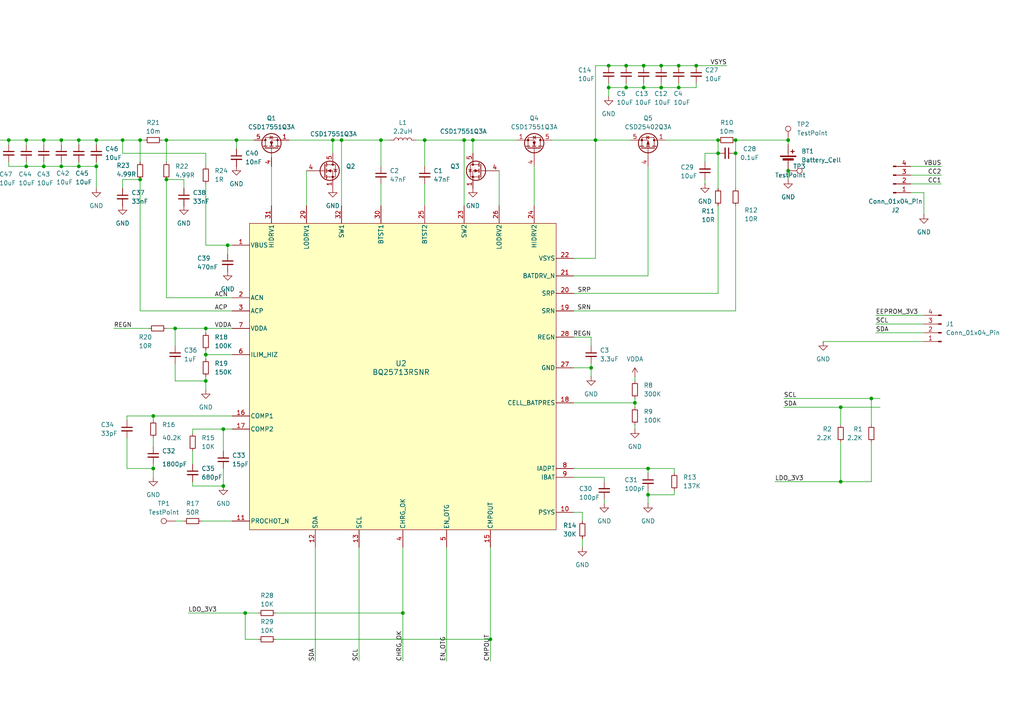
<source format=kicad_sch>
(kicad_sch (version 20250114) (generator "eeschema") (generator_version "9.0")
  (paper "A4")
  (lib_symbols
    (symbol "BQ25713:BQ25713RSNR" (pin_names (offset 0.254))
      (property "Reference" "U1" (at 0 55.88 0))
      (property "Value" "BQ25713RSNR" (at 0 53.34 0))
      (symbol "BQ25713RSNR_0_1"
        (pin power_in line (at -49.53 38.1 0) (length 5.08) (name "VBUS") (number "1"))
        (pin input line (at -49.53 22.86 0) (length 5.08) (name "ACN") (number "2"))
        (pin input line (at -49.53 19.05 0) (length 5.08) (name "ACP") (number "3"))
        (pin power_in line (at -49.53 13.97 0) (length 5.08) (name "VDDA") (number "7"))
        (pin input line (at -49.53 6.35 0) (length 5.08) (name "ILIM_HIZ") (number "6"))
        (pin input line (at -49.53 -11.43 0) (length 5.08) (name "COMP1") (number "16"))
        (pin input line (at -49.53 -15.24 0) (length 5.08) (name "COMP2") (number "17"))
        (pin open_collector line (at -49.53 -41.91 0) (length 5.08) (name "PROCHOT_N") (number "11"))
        (pin output line (at -38.1 49.53 270) (length 5.08) (name "HIDRV1") (number "31"))
        (pin output line (at -27.94 49.53 270) (length 5.08) (name "LODRV1") (number "29"))
        (pin bidirectional line (at -25.4 -49.53 90) (length 5.08) (name "SDA") (number "12"))
        (pin power_in line (at -17.78 49.53 270) (length 5.08) (name "SW1") (number "32"))
        (pin input line (at -12.7 -49.53 90) (length 5.08) (name "SCL") (number "13"))
        (pin power_in line (at -6.35 49.53 270) (length 5.08) (name "BTST1") (number "30"))
        (pin open_collector line (at 0 -49.53 90) (length 5.08) (name "CHRG_OK") (number "4"))
        (pin power_in line (at 6.35 49.53 270) (length 5.08) (name "BTST2") (number "25"))
        (pin input line (at 12.7 -49.53 90) (length 5.08) (name "EN_OTG") (number "5"))
        (pin power_in line (at 17.78 49.53 270) (length 5.08) (name "SW2") (number "23"))
        (pin open_collector line (at 25.4 -49.53 90) (length 5.08) (name "CMPOUT") (number "15"))
        (pin output line (at 27.94 49.53 270) (length 5.08) (name "LODRV2") (number "26"))
        (pin output line (at 38.1 49.53 270) (length 5.08) (name "HIDRV2") (number "24"))
        (pin power_in line (at 49.53 34.29 180) (length 5.08) (name "VSYS") (number "22"))
        (pin output line (at 49.53 29.21 180) (length 5.08) (name "BATDRV_N") (number "21"))
        (pin input line (at 49.53 24.13 180) (length 5.08) (name "SRP") (number "20"))
        (pin input line (at 49.53 19.05 180) (length 5.08) (name "SRN") (number "19"))
        (pin power_in line (at 49.53 11.43 180) (length 5.08) (name "REGN") (number "28"))
        (pin input line (at 49.53 -7.62 180) (length 5.08) (name "CELL_BATPRES") (number "18"))
        (pin output line (at 49.53 -26.67 180) (length 5.08) (name "IADPT") (number "8"))
        (pin output line (at 49.53 -29.21 180) (length 5.08) (name "IBAT") (number "9"))
        (pin output line (at 49.53 -39.37 180) (length 5.08) (name "PSYS") (number "10"))
      )
      (symbol "BQ25713RSNR_1_1"
        (rectangle (start -44.45 44.45) (end 44.45 -44.45) (fill (type background)))
        (pin power_in line (at 49.53 2.54 180) (length 5.08) (name "GND") (number "27"))
        (pin power_in line (at 49.53 2.54 180) (length 5.08) (hide yes) (name "PAD") (number "33"))
      )
    )
    (symbol "Connector:Conn_01x04_Pin" (pin_names (offset 1.016) (hide yes))
      (property "Reference" "J" (at 0 5.08 0))
      (property "Value" "Conn_01x04_Pin" (at 0 -7.62 0))
      (symbol "Conn_01x04_Pin_1_1"
        (rectangle (start 0.8636 2.667) (end 0 2.413) (stroke (width 0.1524)) (fill (type outline)))
        (rectangle (start 0.8636 0.127) (end 0 -0.127) (stroke (width 0.1524)) (fill (type outline)))
        (rectangle (start 0.8636 -2.413) (end 0 -2.667) (stroke (width 0.1524)) (fill (type outline)))
        (rectangle (start 0.8636 -4.953) (end 0 -5.207) (stroke (width 0.1524)) (fill (type outline)))
        (polyline (pts (xy 1.27 2.54) (xy 0.8636 2.54)) (stroke (width 0.1524)))
        (polyline (pts (xy 1.27 0) (xy 0.8636 0)) (stroke (width 0.1524)))
        (polyline (pts (xy 1.27 -2.54) (xy 0.8636 -2.54)) (stroke (width 0.1524)))
        (polyline (pts (xy 1.27 -5.08) (xy 0.8636 -5.08)) (stroke (width 0.1524)))
        (pin passive line (at 5.08 2.54 180) (length 3.81) (name "Pin_1") (number "1"))
        (pin passive line (at 5.08 0 180) (length 3.81) (name "Pin_2") (number "2"))
        (pin passive line (at 5.08 -2.54 180) (length 3.81) (name "Pin_3") (number "3"))
        (pin passive line (at 5.08 -5.08 180) (length 3.81) (name "Pin_4") (number "4"))
      )
    )
    (symbol "Connector:TestPoint" (pin_numbers (hide yes)) (pin_names (offset 0.762) (hide yes))
      (property "Reference" "TP" (at 0 6.858 0))
      (property "Value" "TestPoint" (at 0 5.08 0))
      (symbol "TestPoint_0_1"
        (circle (center 0 3.302) (radius 0.762))
      )
      (symbol "TestPoint_1_1"
        (pin passive line (at 0 0 90) (length 2.54) (name "1") (number "1"))
      )
    )
    (symbol "Device:Battery_Cell" (pin_numbers (hide yes)) (pin_names (offset 0) (hide yes))
      (property "Reference" "BT" (at 2.54 2.54 0))
      (property "Value" "Battery_Cell" (at 2.54 0 0))
      (symbol "Battery_Cell_0_1"
        (rectangle (start -2.286 1.778) (end 2.286 1.524) (fill (type outline)))
        (rectangle (start -1.524 1.016) (end 1.524 0.508) (fill (type outline)))
        (polyline (pts (xy 0 1.778) (xy 0 2.54)))
        (polyline (pts (xy 0 0.762) (xy 0 0)))
        (polyline (pts (xy 0.762 3.048) (xy 1.778 3.048)) (stroke (width 0.254)))
        (polyline (pts (xy 1.27 3.556) (xy 1.27 2.54)) (stroke (width 0.254)))
      )
      (symbol "Battery_Cell_1_1"
        (pin passive line (at 0 5.08 270) (length 2.54) (name "+") (number "1"))
        (pin passive line (at 0 -2.54 90) (length 2.54) (name "-") (number "2"))
      )
    )
    (symbol "Device:C_Small" (pin_numbers (hide yes)) (pin_names (offset 0.254) (hide yes))
      (property "Reference" "C" (at 0.254 1.778 0))
      (property "Value" "C_Small" (at 0.254 -2.032 0))
      (symbol "C_Small_0_1"
        (polyline (pts (xy -1.524 0.508) (xy 1.524 0.508)) (stroke (width 0.3048)))
        (polyline (pts (xy -1.524 -0.508) (xy 1.524 -0.508)) (stroke (width 0.3302)))
      )
      (symbol "C_Small_1_1"
        (pin passive line (at 0 2.54 270) (length 2.032) (name "~") (number "1"))
        (pin passive line (at 0 -2.54 90) (length 2.032) (name "~") (number "2"))
      )
    )
    (symbol "Device:L" (pin_numbers (hide yes)) (pin_names (offset 1.016) (hide yes))
      (property "Reference" "L" (at -1.27 0 90))
      (property "Value" "L" (at 1.905 0 90))
      (symbol "L_0_1"
        (arc (start 0 2.54) (mid 0.6323 1.905) (end 0 1.27))
        (arc (start 0 1.27) (mid 0.6323 0.635) (end 0 0))
        (arc (start 0 0) (mid 0.6323 -0.635) (end 0 -1.27))
        (arc (start 0 -1.27) (mid 0.6323 -1.905) (end 0 -2.54))
      )
      (symbol "L_1_1"
        (pin passive line (at 0 3.81 270) (length 1.27) (name "1") (number "1"))
        (pin passive line (at 0 -3.81 90) (length 1.27) (name "2") (number "2"))
      )
    )
    (symbol "Device:R_Small" (pin_numbers (hide yes)) (pin_names (offset 0.254) (hide yes))
      (property "Reference" "R" (at 0.762 0.508 0))
      (property "Value" "R_Small" (at 0.762 -1.016 0))
      (symbol "R_Small_0_1"
        (rectangle (start -0.762 1.778) (end 0.762 -1.778) (stroke (width 0.2032)))
      )
      (symbol "R_Small_1_1"
        (pin passive line (at 0 2.54 270) (length 0.762) (name "~") (number "1"))
        (pin passive line (at 0 -2.54 90) (length 0.762) (name "~") (number "2"))
      )
    )
    (symbol "Transistor_FET:CSD17551Q5A" (pin_names (hide yes))
      (property "Reference" "Q" (at 5.08 1.905 0))
      (property "Value" "CSD17551Q5A" (at 5.08 0 0))
      (symbol "CSD17551Q5A_0_1"
        (polyline (pts (xy 0.254 1.905) (xy 0.254 -1.905)) (stroke (width 0.254)))
        (polyline (pts (xy 0.254 0) (xy -2.54 0)))
        (polyline (pts (xy 0.762 2.286) (xy 0.762 1.27)) (stroke (width 0.254)))
        (polyline (pts (xy 0.762 0.508) (xy 0.762 -0.508)) (stroke (width 0.254)))
        (polyline (pts (xy 0.762 -1.27) (xy 0.762 -2.286)) (stroke (width 0.254)))
        (polyline (pts (xy 0.762 -1.778) (xy 3.302 -1.778) (xy 3.302 1.778) (xy 0.762 1.778)))
        (polyline (pts (xy 1.016 0) (xy 2.032 0.381) (xy 2.032 -0.381) (xy 1.016 0)) (fill (type outline)))
        (circle (center 1.651 0) (radius 2.794) (stroke (width 0.254)))
        (polyline (pts (xy 2.54 2.54) (xy 2.54 1.778)))
        (circle (center 2.54 1.778) (radius 0.254) (fill (type outline)))
        (circle (center 2.54 -1.778) (radius 0.254) (fill (type outline)))
        (polyline (pts (xy 2.54 -2.54) (xy 2.54 0) (xy 0.762 0)))
        (polyline (pts (xy 2.794 0.508) (xy 2.921 0.381) (xy 3.683 0.381) (xy 3.81 0.254)))
        (polyline (pts (xy 3.302 0.381) (xy 2.921 -0.254) (xy 3.683 -0.254) (xy 3.302 0.381)))
      )
      (symbol "CSD17551Q5A_1_1"
        (pin passive line (at -5.08 0 0) (length 2.54) (name "G") (number "4"))
        (pin passive line (at 2.54 5.08 270) (length 2.54) (name "D") (number "5"))
        (pin passive line (at 2.54 -5.08 90) (length 2.54) (name "S") (number "1"))
        (pin passive line (at 2.54 -5.08 90) (length 2.54) (hide yes) (name "S") (number "2"))
        (pin passive line (at 2.54 -5.08 90) (length 2.54) (hide yes) (name "S") (number "3"))
      )
    )
    (symbol "Transistor_FET:CSD25402Q3A" (pin_names (hide yes))
      (property "Reference" "U" (at 5.715 1.905 0))
      (property "Value" "CSD25402Q3A" (at 11.811 -0.127 0))
      (symbol "CSD25402Q3A_0_1"
        (polyline (pts (xy 0.254 1.905) (xy 0.254 -1.905)) (stroke (width 0.254)))
        (polyline (pts (xy 0.254 0) (xy -2.54 0)))
        (polyline (pts (xy 0.762 2.286) (xy 0.762 1.27)) (stroke (width 0.254)))
        (polyline (pts (xy 0.762 1.778) (xy 3.302 1.778) (xy 3.302 -1.778) (xy 0.762 -1.778)))
        (polyline (pts (xy 0.762 0.508) (xy 0.762 -0.508)) (stroke (width 0.254)))
        (polyline (pts (xy 0.762 -1.27) (xy 0.762 -2.286)) (stroke (width 0.254)))
        (circle (center 1.651 0) (radius 2.794) (stroke (width 0.254)))
        (polyline (pts (xy 2.286 0) (xy 1.27 0.381) (xy 1.27 -0.381) (xy 2.286 0)) (fill (type outline)))
        (polyline (pts (xy 2.54 2.54) (xy 2.54 1.778)))
        (circle (center 2.54 1.778) (radius 0.254) (fill (type outline)))
        (circle (center 2.54 -1.778) (radius 0.254) (fill (type outline)))
        (polyline (pts (xy 2.54 -2.54) (xy 2.54 0) (xy 0.762 0)))
        (polyline (pts (xy 2.794 -0.508) (xy 2.921 -0.381) (xy 3.683 -0.381) (xy 3.81 -0.254)))
        (polyline (pts (xy 3.302 -0.381) (xy 2.921 0.254) (xy 3.683 0.254) (xy 3.302 -0.381)))
      )
      (symbol "CSD25402Q3A_1_1"
        (pin input line (at -5.08 0 0) (length 2.54) (name "G") (number "4"))
        (pin passive line (at 2.54 5.08 270) (length 2.54) (name "D") (number "1"))
        (pin passive line (at 2.54 5.08 270) (length 2.54) (hide yes) (name "D") (number "2"))
        (pin passive line (at 2.54 5.08 270) (length 2.54) (hide yes) (name "D") (number "3"))
        (pin passive line (at 2.54 -5.08 90) (length 2.54) (name "S") (number "5"))
      )
    )
    (symbol "power:GND" (power) (pin_numbers (hide yes)) (pin_names (offset 0) (hide yes))
      (property "Value" "GND" (at 0 -3.81 0))
      (symbol "GND_0_1"
        (polyline (pts (xy 0 0) (xy 0 -1.27) (xy 1.27 -1.27) (xy 0 -2.54) (xy -1.27 -1.27) (xy 0 -1.27)))
      )
      (symbol "GND_1_1"
        (pin power_in line (at 0 0 270) (length 0) (name "~") (number "1"))
      )
    )
    (symbol "power:VDDA" (power) (pin_numbers (hide yes)) (pin_names (offset 0) (hide yes))
      (property "Value" "VDDA" (at 0 3.556 0))
      (symbol "VDDA_0_1"
        (polyline (pts (xy -0.762 1.27) (xy 0 2.54)))
        (polyline (pts (xy 0 2.54) (xy 0.762 1.27)))
        (polyline (pts (xy 0 0) (xy 0 2.54)))
      )
      (symbol "VDDA_1_1"
        (pin power_in line (at 0 0 90) (length 0) (name "~") (number "1"))
      )
    )
  )
  (junction (at 134.62 40.64))
  (junction (at 44.45 135.89))
  (junction (at 44.45 120.65))
  (junction (at 137.16 40.64))
  (junction (at 99.06 40.64))
  (junction (at 71.12 177.8))
  (junction (at 252.73 115.57))
  (junction (at 22.86 40.64))
  (junction (at 40.64 52.07))
  (junction (at 64.77 140.97))
  (junction (at 123.19 40.64))
  (junction (at 68.58 40.64))
  (junction (at -11.43 40.64))
  (junction (at 50.8 95.25))
  (junction (at 196.85 25.4))
  (junction (at 35.56 40.64))
  (junction (at 228.6 49.53))
  (junction (at 208.28 40.64))
  (junction (at 96.52 40.64))
  (junction (at 201.93 19.05))
  (junction (at 213.36 44.45))
  (junction (at 48.26 40.64))
  (junction (at 243.84 118.11))
  (junction (at 208.28 44.45))
  (junction (at 181.61 25.4))
  (junction (at 17.78 48.26))
  (junction (at 59.69 102.87))
  (junction (at 48.26 52.07))
  (junction (at 191.77 25.4))
  (junction (at 213.36 40.64))
  (junction (at 66.04 71.12))
  (junction (at 110.49 40.64))
  (junction (at 187.96 135.89))
  (junction (at 22.86 48.26))
  (junction (at 243.84 139.7))
  (junction (at 191.77 19.05))
  (junction (at 196.85 19.05))
  (junction (at 172.72 40.64))
  (junction (at 184.15 116.84))
  (junction (at 176.53 19.05))
  (junction (at 176.53 25.4))
  (junction (at 64.77 124.46))
  (junction (at 7.62 40.64))
  (junction (at 186.69 25.4))
  (junction (at 17.78 40.64))
  (junction (at 171.45 106.68))
  (junction (at 2.54 40.64))
  (junction (at 186.69 19.05))
  (junction (at 27.94 40.64))
  (junction (at 27.94 48.26))
  (junction (at 181.61 19.05))
  (junction (at 12.7 40.64))
  (junction (at 187.96 143.51))
  (junction (at 12.7 48.26))
  (junction (at 7.62 48.26))
  (junction (at 40.64 40.64))
  (junction (at 59.69 110.49))
  (junction (at 116.84 177.8))
  (junction (at 59.69 95.25))
  (junction (at 228.6 40.64))
  (junction (at 142.24 185.42))
  (wire (pts (xy 17.78 48.26) (xy 17.78 46.99)))
  (wire (pts (xy 48.26 86.36) (xy 67.31 86.36)))
  (wire (pts (xy 238.76 99.06) (xy 267.97 99.06)))
  (wire (pts (xy 227.33 118.11) (xy 243.84 118.11)))
  (wire (pts (xy 55.88 130.81) (xy 55.88 134.62)))
  (wire (pts (xy 123.19 40.64) (xy 134.62 40.64)))
  (wire (pts (xy 7.62 40.64) (xy 12.7 40.64)))
  (wire (pts (xy 12.7 48.26) (xy 12.7 46.99)))
  (wire (pts (xy 116.84 158.75) (xy 116.84 177.8)))
  (wire (pts (xy 64.77 124.46) (xy 67.31 124.46)))
  (wire (pts (xy 252.73 115.57) (xy 252.73 123.19)))
  (wire (pts (xy 33.02 95.25) (xy 43.18 95.25)))
  (wire (pts (xy 44.45 120.65) (xy 67.31 120.65)))
  (wire (pts (xy 40.64 52.07) (xy 40.64 90.17)))
  (wire (pts (xy 228.6 40.64) (xy 213.36 40.64)))
  (wire (pts (xy 64.77 124.46) (xy 64.77 130.81)))
  (wire (pts (xy -11.43 40.64) (xy 2.54 40.64)))
  (wire (pts (xy 137.16 40.64) (xy 149.86 40.64)))
  (wire (pts (xy 88.9 49.53) (xy 88.9 59.69)))
  (wire (pts (xy -25.4 40.64) (xy -11.43 40.64)))
  (wire (pts (xy 71.12 185.42) (xy 74.93 185.42)))
  (wire (pts (xy 59.69 71.12) (xy 66.04 71.12)))
  (wire (pts (xy 7.62 40.64) (xy 7.62 41.91)))
  (wire (pts (xy 181.61 19.05) (xy 186.69 19.05)))
  (wire (pts (xy 264.16 48.26) (xy 273.05 48.26)))
  (wire (pts (xy 35.56 44.45) (xy 35.56 40.64)))
  (wire (pts (xy 204.47 52.07) (xy 204.47 53.34)))
  (wire (pts (xy 78.74 48.26) (xy 78.74 59.69)))
  (wire (pts (xy 195.58 135.89) (xy 187.96 135.89)))
  (wire (pts (xy 172.72 19.05) (xy 176.53 19.05)))
  (wire (pts (xy 187.96 143.51) (xy 187.96 146.05)))
  (wire (pts (xy 213.36 40.64) (xy 213.36 44.45)))
  (wire (pts (xy 36.83 120.65) (xy 36.83 121.92)))
  (wire (pts (xy 166.37 116.84) (xy 184.15 116.84)))
  (wire (pts (xy 110.49 40.64) (xy 110.49 48.26)))
  (wire (pts (xy 59.69 110.49) (xy 59.69 113.03)))
  (wire (pts (xy 99.06 40.64) (xy 110.49 40.64)))
  (wire (pts (xy 196.85 25.4) (xy 196.85 24.13)))
  (wire (pts (xy 59.69 110.49) (xy 50.8 110.49)))
  (wire (pts (xy 228.6 49.53) (xy 228.6 52.07)))
  (wire (pts (xy 7.62 48.26) (xy 12.7 48.26)))
  (wire (pts (xy 50.8 95.25) (xy 59.69 95.25)))
  (wire (pts (xy 12.7 48.26) (xy 17.78 48.26)))
  (wire (pts (xy 22.86 48.26) (xy 22.86 46.99)))
  (wire (pts (xy 35.56 54.61) (xy 35.56 52.07)))
  (wire (pts (xy 48.26 46.99) (xy 48.26 40.64)))
  (wire (pts (xy 58.42 151.13) (xy 67.31 151.13)))
  (wire (pts (xy 142.24 158.75) (xy 142.24 185.42)))
  (wire (pts (xy 193.04 40.64) (xy 208.28 40.64)))
  (wire (pts (xy 201.93 25.4) (xy 196.85 25.4)))
  (wire (pts (xy 22.86 48.26) (xy 27.94 48.26)))
  (wire (pts (xy 166.37 97.79) (xy 171.45 97.79)))
  (wire (pts (xy 27.94 48.26) (xy 27.94 46.99)))
  (wire (pts (xy 168.91 156.21) (xy 168.91 158.75)))
  (wire (pts (xy 40.64 40.64) (xy 41.91 40.64)))
  (wire (pts (xy 187.96 143.51) (xy 195.58 143.51)))
  (wire (pts (xy 116.84 177.8) (xy 116.84 191.77)))
  (wire (pts (xy 59.69 102.87) (xy 59.69 101.6)))
  (wire (pts (xy 201.93 25.4) (xy 201.93 24.13)))
  (wire (pts (xy 186.69 25.4) (xy 191.77 25.4)))
  (wire (pts (xy 110.49 53.34) (xy 110.49 59.69)))
  (wire (pts (xy 64.77 135.89) (xy 64.77 140.97)))
  (wire (pts (xy 184.15 109.22) (xy 184.15 110.49)))
  (wire (pts (xy 71.12 177.8) (xy 74.93 177.8)))
  (wire (pts (xy 27.94 54.61) (xy 27.94 48.26)))
  (wire (pts (xy 175.26 139.7) (xy 175.26 138.43)))
  (wire (pts (xy 166.37 74.93) (xy 172.72 74.93)))
  (wire (pts (xy 175.26 144.78) (xy 175.26 146.05)))
  (wire (pts (xy 186.69 25.4) (xy 186.69 24.13)))
  (wire (pts (xy 184.15 123.19) (xy 184.15 124.46)))
  (wire (pts (xy 48.26 95.25) (xy 50.8 95.25)))
  (wire (pts (xy 17.78 40.64) (xy 22.86 40.64)))
  (wire (pts (xy 166.37 106.68) (xy 171.45 106.68)))
  (wire (pts (xy 254 96.52) (xy 267.97 96.52)))
  (wire (pts (xy 68.58 40.64) (xy 68.58 43.18)))
  (wire (pts (xy 53.34 52.07) (xy 48.26 52.07)))
  (wire (pts (xy 176.53 25.4) (xy 176.53 27.94)))
  (wire (pts (xy 99.06 40.64) (xy 99.06 59.69)))
  (wire (pts (xy 187.96 142.24) (xy 187.96 143.51)))
  (wire (pts (xy 166.37 135.89) (xy 187.96 135.89)))
  (wire (pts (xy 134.62 40.64) (xy 137.16 40.64)))
  (wire (pts (xy 176.53 25.4) (xy 176.53 24.13)))
  (wire (pts (xy 2.54 40.64) (xy 2.54 41.91)))
  (wire (pts (xy 160.02 40.64) (xy 172.72 40.64)))
  (wire (pts (xy 36.83 127) (xy 36.83 135.89)))
  (wire (pts (xy 22.86 40.64) (xy 22.86 41.91)))
  (wire (pts (xy 2.54 40.64) (xy 7.62 40.64)))
  (wire (pts (xy 91.44 158.75) (xy 91.44 191.77)))
  (wire (pts (xy 123.19 40.64) (xy 123.19 48.26)))
  (wire (pts (xy 96.52 40.64) (xy 99.06 40.64)))
  (wire (pts (xy 17.78 40.64) (xy 17.78 41.91)))
  (wire (pts (xy 2.54 48.26) (xy 7.62 48.26)))
  (wire (pts (xy 59.69 48.26) (xy 59.69 44.45)))
  (wire (pts (xy 144.78 49.53) (xy 144.78 59.69)))
  (wire (pts (xy 67.31 90.17) (xy 40.64 90.17)))
  (wire (pts (xy 2.54 48.26) (xy 2.54 46.99)))
  (wire (pts (xy 204.47 46.99) (xy 204.47 44.45)))
  (wire (pts (xy 187.96 48.26) (xy 187.96 80.01)))
  (wire (pts (xy 252.73 115.57) (xy 255.27 115.57)))
  (wire (pts (xy 213.36 44.45) (xy 213.36 54.61)))
  (wire (pts (xy 35.56 52.07) (xy 40.64 52.07)))
  (wire (pts (xy 267.97 55.88) (xy 264.16 55.88)))
  (wire (pts (xy 168.91 148.59) (xy 168.91 151.13)))
  (wire (pts (xy 172.72 40.64) (xy 172.72 19.05)))
  (wire (pts (xy 44.45 127) (xy 44.45 129.54)))
  (wire (pts (xy 243.84 118.11) (xy 255.27 118.11)))
  (wire (pts (xy 181.61 25.4) (xy 186.69 25.4)))
  (wire (pts (xy 64.77 140.97) (xy 55.88 140.97)))
  (wire (pts (xy 191.77 19.05) (xy 196.85 19.05)))
  (wire (pts (xy 27.94 40.64) (xy 35.56 40.64)))
  (wire (pts (xy 48.26 40.64) (xy 68.58 40.64)))
  (wire (pts (xy 59.69 95.25) (xy 59.69 96.52)))
  (wire (pts (xy 12.7 40.64) (xy 12.7 41.91)))
  (wire (pts (xy 83.82 40.64) (xy 96.52 40.64)))
  (wire (pts (xy 59.69 109.22) (xy 59.69 110.49)))
  (wire (pts (xy 96.52 40.64) (xy 96.52 44.45)))
  (wire (pts (xy 254 93.98) (xy 267.97 93.98)))
  (wire (pts (xy 36.83 120.65) (xy 44.45 120.65)))
  (wire (pts (xy 137.16 40.64) (xy 137.16 44.45)))
  (wire (pts (xy 184.15 116.84) (xy 184.15 118.11)))
  (wire (pts (xy 40.64 46.99) (xy 40.64 40.64)))
  (wire (pts (xy 171.45 106.68) (xy 171.45 109.22)))
  (wire (pts (xy 175.26 138.43) (xy 166.37 138.43)))
  (wire (pts (xy 67.31 102.87) (xy 59.69 102.87)))
  (wire (pts (xy 55.88 124.46) (xy 64.77 124.46)))
  (wire (pts (xy 59.69 95.25) (xy 67.31 95.25)))
  (wire (pts (xy 134.62 40.64) (xy 134.62 59.69)))
  (wire (pts (xy 44.45 134.62) (xy 44.45 135.89)))
  (wire (pts (xy 80.01 177.8) (xy 116.84 177.8)))
  (wire (pts (xy 172.72 40.64) (xy 182.88 40.64)))
  (wire (pts (xy 53.34 54.61) (xy 53.34 52.07)))
  (wire (pts (xy 171.45 97.79) (xy 171.45 100.33)))
  (wire (pts (xy 68.58 40.64) (xy 73.66 40.64)))
  (wire (pts (xy 267.97 55.88) (xy 267.97 62.23)))
  (wire (pts (xy 104.14 158.75) (xy 104.14 191.77)))
  (wire (pts (xy 36.83 135.89) (xy 44.45 135.89)))
  (wire (pts (xy 59.69 44.45) (xy 35.56 44.45)))
  (wire (pts (xy 176.53 25.4) (xy 181.61 25.4)))
  (wire (pts (xy 22.86 40.64) (xy 27.94 40.64)))
  (wire (pts (xy 54.61 177.8) (xy 71.12 177.8)))
  (wire (pts (xy 80.01 185.42) (xy 142.24 185.42)))
  (wire (pts (xy 186.69 19.05) (xy 191.77 19.05)))
  (wire (pts (xy 213.36 90.17) (xy 166.37 90.17)))
  (wire (pts (xy 228.6 41.91) (xy 228.6 40.64)))
  (wire (pts (xy 243.84 128.27) (xy 243.84 139.7)))
  (wire (pts (xy 176.53 19.05) (xy 181.61 19.05)))
  (wire (pts (xy 181.61 25.4) (xy 181.61 24.13)))
  (wire (pts (xy 12.7 40.64) (xy 17.78 40.64)))
  (wire (pts (xy 44.45 121.92) (xy 44.45 120.65)))
  (wire (pts (xy 208.28 40.64) (xy 208.28 44.45)))
  (wire (pts (xy 71.12 177.8) (xy 71.12 185.42)))
  (wire (pts (xy 66.04 71.12) (xy 66.04 73.66)))
  (wire (pts (xy 50.8 95.25) (xy 50.8 100.33)))
  (wire (pts (xy 252.73 139.7) (xy 243.84 139.7)))
  (wire (pts (xy 227.33 115.57) (xy 252.73 115.57)))
  (wire (pts (xy 7.62 48.26) (xy 7.62 46.99)))
  (wire (pts (xy 187.96 135.89) (xy 187.96 137.16)))
  (wire (pts (xy 171.45 106.68) (xy 171.45 105.41)))
  (wire (pts (xy -11.43 41.91) (xy -11.43 40.64)))
  (wire (pts (xy 195.58 137.16) (xy 195.58 135.89)))
  (wire (pts (xy 224.79 139.7) (xy 243.84 139.7)))
  (wire (pts (xy 55.88 140.97) (xy 55.88 139.7)))
  (wire (pts (xy 142.24 185.42) (xy 142.24 191.77)))
  (wire (pts (xy 120.65 40.64) (xy 123.19 40.64)))
  (wire (pts (xy 264.16 53.34) (xy 273.05 53.34)))
  (wire (pts (xy 191.77 25.4) (xy 196.85 25.4)))
  (wire (pts (xy 208.28 59.69) (xy 208.28 85.09)))
  (wire (pts (xy 59.69 102.87) (xy 59.69 104.14)))
  (wire (pts (xy 44.45 135.89) (xy 44.45 138.43)))
  (wire (pts (xy 17.78 48.26) (xy 22.86 48.26)))
  (wire (pts (xy 252.73 128.27) (xy 252.73 139.7)))
  (wire (pts (xy 129.54 158.75) (xy 129.54 191.77)))
  (wire (pts (xy 195.58 143.51) (xy 195.58 142.24)))
  (wire (pts (xy 48.26 52.07) (xy 48.26 86.36)))
  (wire (pts (xy 59.69 53.34) (xy 59.69 71.12)))
  (wire (pts (xy 123.19 53.34) (xy 123.19 59.69)))
  (wire (pts (xy 213.36 59.69) (xy 213.36 90.17)))
  (wire (pts (xy 154.94 48.26) (xy 154.94 59.69)))
  (wire (pts (xy 201.93 19.05) (xy 196.85 19.05)))
  (wire (pts (xy 35.56 40.64) (xy 40.64 40.64)))
  (wire (pts (xy 187.96 80.01) (xy 166.37 80.01)))
  (wire (pts (xy -11.43 46.99) (xy -11.43 49.53)))
  (wire (pts (xy 27.94 40.64) (xy 27.94 41.91)))
  (wire (pts (xy 264.16 50.8) (xy 273.05 50.8)))
  (wire (pts (xy 201.93 19.05) (xy 210.82 19.05)))
  (wire (pts (xy 166.37 148.59) (xy 168.91 148.59)))
  (wire (pts (xy 254 91.44) (xy 267.97 91.44)))
  (wire (pts (xy 208.28 44.45) (xy 208.28 54.61)))
  (wire (pts (xy 172.72 74.93) (xy 172.72 40.64)))
  (wire (pts (xy 191.77 25.4) (xy 191.77 24.13)))
  (wire (pts (xy 110.49 40.64) (xy 113.03 40.64)))
  (wire (pts (xy 50.8 110.49) (xy 50.8 105.41)))
  (wire (pts (xy 204.47 44.45) (xy 208.28 44.45)))
  (wire (pts (xy 50.8 151.13) (xy 53.34 151.13)))
  (wire (pts (xy 55.88 124.46) (xy 55.88 125.73)))
  (wire (pts (xy 184.15 116.84) (xy 184.15 115.57)))
  (wire (pts (xy 208.28 85.09) (xy 166.37 85.09)))
  (wire (pts (xy 67.31 71.12) (xy 66.04 71.12)))
  (wire (pts (xy 243.84 118.11) (xy 243.84 123.19)))
  (wire (pts (xy 48.26 40.64) (xy 46.99 40.64)))
  (label "SCL" (at 227.33 115.57 0))
  (label "VBUS" (at 273.05 48.26 180))
  (label "VDDA" (at 62.23 95.25 0))
  (label "CHRG_OK" (at 116.84 191.77 90))
  (label "ACP" (at 62.23 90.17 0))
  (label "SRN" (at 171.45 90.17 180))
  (label "LDO_3V3" (at 224.79 139.7 0))
  (label "EN_OTG" (at 129.54 191.77 90))
  (label "CMPOUT" (at 142.24 191.77 90))
  (label "SRP" (at 171.45 85.09 180))
  (label "REGN" (at 33.02 95.25 0))
  (label "SCL" (at 254 93.98 0))
  (label "VSYS" (at 210.82 19.05 180))
  (label "SDA" (at 91.44 191.77 90))
  (label "REGN" (at 171.45 97.79 180))
  (label "SCL" (at 104.14 191.77 90))
  (label "ACN" (at 62.23 86.36 0))
  (label "CC2" (at 273.05 50.8 180))
  (label "LDO_3V3" (at 54.61 177.8 0))
  (label "SDA" (at 227.33 118.11 0))
  (label "CC1" (at 273.05 53.34 180))
  (label "EEPROM_3V3" (at 254 91.44 0))
  (label "SDA" (at 254 96.52 0))
  (label "VBUS" (at -25.4 40.64 0))
  (symbol (lib_id "Connector:TestPoint") (at 228.6 49.53 270) (unit 1)
    (property "Reference" "TP3" (at 233.68 48.2599 90) (effects (justify right)))
    (property "Value" "TestPoint" (at 233.68 50.7999 90) (effects (justify right)))
    (property "Footprint" "TestPoint:TestPoint_Pad_3.0x3.0mm" (effects (hide yes)))
    (property "Description" "test point" (effects (hide yes)))
  )
  (symbol (lib_id "Device:C_Small") (at 204.47 49.53 180) (unit 1)
    (property "Reference" "C29" (at 197.358 48.514 0) (effects (justify right)))
    (property "Value" "10uF" (at 197.358 51.054 0) (effects (justify right)))
    (property "Footprint" "Capacitor_SMD:C_0603_1608Metric" (effects (hide yes)))
    (property "Description" "Unpolarized capacitor, small symbol" (effects (hide yes)))
  )
  (symbol (lib_id "Device:C_Small") (at 68.58 45.72 0) (unit 1)
    (property "Reference" "C40" (at 71.12 44.4562 0) (effects (justify left)))
    (property "Value" "10nF" (at 71.12 46.9962 0) (effects (justify left)))
    (property "Footprint" "Capacitor_SMD:C_0402_1005Metric" (effects (hide yes)))
    (property "Description" "Unpolarized capacitor, small symbol" (effects (hide yes)))
  )
  (symbol (lib_id "Device:C_Small") (at 64.77 133.35 0) (unit 1)
    (property "Reference" "C33" (at 67.31 132.0862 0) (effects (justify left)))
    (property "Value" "15pF" (at 67.31 134.6262 0) (effects (justify left)))
    (property "Footprint" "Capacitor_SMD:C_0402_1005Metric" (effects (hide yes)))
    (property "Description" "Unpolarized capacitor, small symbol" (effects (hide yes)))
  )
  (symbol (lib_id "Device:R_Small") (at 55.88 128.27 0) (unit 1)
    (property "Reference" "R15" (at 58.42 126.9999 0) (effects (justify left)))
    (property "Value" "10K" (at 58.42 129.5399 0) (effects (justify left)))
    (property "Footprint" "Resistor_SMD:R_0402_1005Metric" (effects (hide yes)))
    (property "Description" "Resistor, small symbol" (effects (hide yes)))
  )
  (symbol (lib_id "power:GND") (at -11.43 54.61 0) (unit 1)
    (property "Reference" "#PWR032" (effects (hide yes)))
    (property "Value" "GND" (at -11.43 59.69 0))
    (property "Description" "Power symbol creates a global label with name \"GND\" , ground" (effects (hide yes)))
  )
  (symbol (lib_id "Device:C_Small") (at 210.82 44.45 270) (unit 1)
    (property "Reference" "C28" (at 217.424 43.18 90))
    (property "Value" "0.1uF" (at 217.424 45.72 90))
    (property "Footprint" "Capacitor_SMD:C_0603_1608Metric" (effects (hide yes)))
    (property "Description" "Unpolarized capacitor, small symbol" (effects (hide yes)))
  )
  (symbol (lib_id "power:GND") (at 184.15 124.46 0) (unit 1)
    (property "Reference" "#PWR016" (effects (hide yes)))
    (property "Value" "GND" (at 184.15 129.54 0))
    (property "Description" "Power symbol creates a global label with name \"GND\" , ground" (effects (hide yes)))
  )
  (symbol (lib_id "Device:C_Small") (at 2.54 44.45 0) (unit 1)
    (property "Reference" "C47" (at -0.254 50.546 0) (effects (justify left)))
    (property "Value" "10uF" (at -0.254 53.086 0) (effects (justify left)))
    (property "Footprint" "Capacitor_SMD:C_0805_2012Metric" (effects (hide yes)))
    (property "Description" "Unpolarized capacitor, small symbol" (effects (hide yes)))
  )
  (symbol (lib_id "Device:R_Small") (at 59.69 99.06 0) (unit 1)
    (property "Reference" "R18" (at 62.23 97.7899 0) (effects (justify left)))
    (property "Value" "100K" (at 62.23 100.3299 0) (effects (justify left)))
    (property "Footprint" "Resistor_SMD:R_0402_1005Metric" (effects (hide yes)))
    (property "Description" "Resistor, small symbol" (effects (hide yes)))
  )
  (symbol (lib_id "Device:C_Small") (at 186.69 21.59 0) (unit 1)
    (property "Reference" "C13" (at 184.15 27.178 0) (effects (justify left)))
    (property "Value" "10uF" (at 184.15 29.718 0) (effects (justify left)))
    (property "Footprint" "Capacitor_SMD:C_0805_2012Metric" (effects (hide yes)))
    (property "Description" "Unpolarized capacitor, small symbol" (effects (hide yes)))
  )
  (symbol (lib_id "Connector:Conn_01x04_Pin") (at 273.05 96.52 180) (unit 1)
    (property "Reference" "J1" (at 274.32 93.9799 0) (effects (justify right)))
    (property "Value" "Conn_01x04_Pin" (at 274.32 96.5199 0) (effects (justify right)))
    (property "Footprint" "Xbox-Charge:PROG" (effects (hide yes)))
    (property "Description" "Generic connector, single row, 01x04, script generated" (effects (hide yes)))
  )
  (symbol (lib_id "Device:R_Small") (at 55.88 151.13 90) (unit 1)
    (property "Reference" "R17" (at 55.88 146.05 90))
    (property "Value" "50R" (at 55.88 148.59 90))
    (property "Description" "Resistor, small symbol" (effects (hide yes)))
  )
  (symbol (lib_id "Device:C_Small") (at 36.83 124.46 0) (unit 1)
    (property "Reference" "C34" (at 29.21 123.19 0) (effects (justify left)))
    (property "Value" "33pF" (at 29.21 125.73 0) (effects (justify left)))
    (property "Footprint" "Capacitor_SMD:C_0402_1005Metric" (effects (hide yes)))
    (property "Description" "Unpolarized capacitor, small symbol" (effects (hide yes)))
  )
  (symbol (lib_id "Device:C_Small") (at 12.7 44.45 0) (unit 1)
    (property "Reference" "C43" (at 10.668 50.546 0) (effects (justify left)))
    (property "Value" "10uF" (at 10.668 53.086 0) (effects (justify left)))
    (property "Footprint" "Capacitor_SMD:C_0805_2012Metric" (effects (hide yes)))
    (property "Description" "Unpolarized capacitor, small symbol" (effects (hide yes)))
  )
  (symbol (lib_id "Device:C_Small") (at 176.53 21.59 0) (unit 1)
    (property "Reference" "C14" (at 167.64 20.32 0) (effects (justify left)))
    (property "Value" "10uF" (at 167.64 22.86 0) (effects (justify left)))
    (property "Footprint" "Capacitor_SMD:C_0805_2012Metric" (effects (hide yes)))
    (property "Description" "Unpolarized capacitor, small symbol" (effects (hide yes)))
  )
  (symbol (lib_id "power:GND") (at 68.58 48.26 0) (unit 1)
    (property "Reference" "#PWR028" (effects (hide yes)))
    (property "Value" "GND" (at 68.58 53.34 0))
    (property "Description" "Power symbol creates a global label with name \"GND\" , ground" (effects (hide yes)))
  )
  (symbol (lib_id "Device:R_Small") (at 45.72 95.25 90) (unit 1)
    (property "Reference" "R20" (at 42.164 97.79 90))
    (property "Value" "10R" (at 42.164 100.33 90))
    (property "Footprint" "Resistor_SMD:R_0402_1005Metric" (effects (hide yes)))
    (property "Description" "Resistor, small symbol" (effects (hide yes)))
  )
  (symbol (lib_id "Device:R_Small") (at 213.36 57.15 0) (unit 1)
    (property "Reference" "R12" (at 215.9 60.96 0) (effects (justify left)))
    (property "Value" "10R" (at 215.9 63.5 0) (effects (justify left)))
    (property "Footprint" "Resistor_SMD:R_0603_1608Metric" (effects (hide yes)))
    (property "Description" "Resistor, small symbol" (effects (hide yes)))
  )
  (symbol (lib_id "Device:C_Small") (at -11.43 52.07 0) (unit 1)
    (property "Reference" "C41" (at -8.89 50.8062 0) (effects (justify left)))
    (property "Value" "1uF" (at -8.89 53.3462 0) (effects (justify left)))
    (property "Description" "Unpolarized capacitor, small symbol" (effects (hide yes)))
  )
  (symbol (lib_id "power:GND") (at 187.96 146.05 0) (unit 1)
    (property "Reference" "#PWR021" (effects (hide yes)))
    (property "Value" "GND" (at 187.96 151.13 0))
    (property "Description" "Power symbol creates a global label with name \"GND\" , ground" (effects (hide yes)))
  )
  (symbol (lib_id "power:GND") (at 238.76 99.06 0) (unit 1)
    (property "Reference" "#PWR05" (effects (hide yes)))
    (property "Value" "GND" (at 238.76 104.14 0))
    (property "Description" "Power symbol creates a global label with name \"GND\" , ground" (effects (hide yes)))
  )
  (symbol (lib_id "Device:R_Small") (at 184.15 120.65 0) (unit 1)
    (property "Reference" "R9" (at 186.69 119.3799 0) (effects (justify left)))
    (property "Value" "100K" (at 186.69 121.9199 0) (effects (justify left)))
    (property "Footprint" "Resistor_SMD:R_0402_1005Metric" (effects (hide yes)))
    (property "Description" "Resistor, small symbol" (effects (hide yes)))
  )
  (symbol (lib_id "power:GND") (at 35.56 59.69 0) (unit 1)
    (property "Reference" "#PWR030" (effects (hide yes)))
    (property "Value" "GND" (at 35.56 64.77 0))
    (property "Description" "Power symbol creates a global label with name \"GND\" , ground" (effects (hide yes)))
  )
  (symbol (lib_id "Device:C_Small") (at 35.56 57.15 0) (unit 1)
    (property "Reference" "C37" (at 38.1 55.8862 0) (effects (justify left)))
    (property "Value" "33nF" (at 38.1 58.4262 0) (effects (justify left)))
    (property "Footprint" "Capacitor_SMD:C_0603_1608Metric" (effects (hide yes)))
    (property "Description" "Unpolarized capacitor, small symbol" (effects (hide yes)))
  )
  (symbol (lib_id "Device:R_Small") (at 208.28 57.15 0) (unit 1)
    (property "Reference" "R11" (at 203.454 61.214 0) (effects (justify left)))
    (property "Value" "10R" (at 203.454 63.754 0) (effects (justify left)))
    (property "Footprint" "Resistor_SMD:R_0603_1608Metric" (effects (hide yes)))
    (property "Description" "Resistor, small symbol" (effects (hide yes)))
  )
  (symbol (lib_id "power:GND") (at 267.97 62.23 0) (unit 1)
    (property "Reference" "#PWR04" (effects (hide yes)))
    (property "Value" "GND" (at 267.97 67.31 0))
    (property "Description" "Power symbol creates a global label with name \"GND\" , ground" (effects (hide yes)))
  )
  (symbol (lib_id "Device:Battery_Cell") (at 228.6 46.99 0) (unit 1)
    (property "Reference" "BT1" (at 232.41 43.8784 0) (effects (justify left)))
    (property "Value" "Battery_Cell" (at 232.41 46.4184 0) (effects (justify left)))
    (property "Description" "Single-cell battery" (effects (hide yes)))
  )
  (symbol (lib_id "Device:C_Small") (at 187.96 139.7 0) (unit 1)
    (property "Reference" "C31" (at 181.102 139.192 0) (effects (justify left)))
    (property "Value" "100pF" (at 181.102 141.732 0) (effects (justify left)))
    (property "Footprint" "Capacitor_SMD:C_0603_1608Metric" (effects (hide yes)))
    (property "Description" "Unpolarized capacitor, small symbol" (effects (hide yes)))
  )
  (symbol (lib_id "power:GND") (at 168.91 158.75 0) (unit 1)
    (property "Reference" "#PWR023" (effects (hide yes)))
    (property "Value" "GND" (at 168.91 163.83 0))
    (property "Description" "Power symbol creates a global label with name \"GND\" , ground" (effects (hide yes)))
  )
  (symbol (lib_id "power:VDDA") (at 184.15 109.22 0) (unit 1)
    (property "Reference" "#PWR017" (effects (hide yes)))
    (property "Value" "VDDA" (at 184.15 104.14 0))
    (property "Description" "Power symbol creates a global label with name \"VDDA\"" (effects (hide yes)))
  )
  (symbol (lib_id "Device:R_Small") (at 40.64 49.53 0) (unit 1)
    (property "Reference" "R23" (at 33.782 48.006 0) (effects (justify left)))
    (property "Value" "4.99R" (at 33.782 50.546 0) (effects (justify left)))
    (property "Footprint" "Resistor_SMD:R_0603_1608Metric" (effects (hide yes)))
    (property "Description" "Resistor, small symbol" (effects (hide yes)))
  )
  (symbol (lib_id "power:GND") (at 175.26 146.05 0) (unit 1)
    (property "Reference" "#PWR022" (effects (hide yes)))
    (property "Value" "GND" (at 175.26 151.13 0))
    (property "Description" "Power symbol creates a global label with name \"GND\" , ground" (effects (hide yes)))
  )
  (symbol (lib_id "Device:R_Small") (at -11.43 44.45 0) (unit 1)
    (property "Reference" "R25" (at -8.89 43.1799 0) (effects (justify left)))
    (property "Value" "2.2R" (at -8.89 45.7199 0) (effects (justify left)))
    (property "Description" "Resistor, small symbol" (effects (hide yes)))
  )
  (symbol (lib_id "Device:R_Small") (at 210.82 40.64 90) (unit 1)
    (property "Reference" "R10" (at 210.82 35.56 90))
    (property "Value" "10m" (at 210.82 38.1 90))
    (property "Footprint" "Resistor_SMD:R_1206_3216Metric" (effects (hide yes)))
    (property "Description" "Resistor, small symbol" (effects (hide yes)))
  )
  (symbol (lib_id "Device:R_Small") (at 77.47 177.8 90) (unit 1)
    (property "Reference" "R28" (at 77.47 172.72 90))
    (property "Value" "10K" (at 77.47 175.26 90))
    (property "Footprint" "Resistor_SMD:R_0402_1005Metric" (effects (hide yes)))
    (property "Description" "Resistor, small symbol" (effects (hide yes)))
  )
  (symbol (lib_id "Device:C_Small") (at 191.77 21.59 0) (unit 1)
    (property "Reference" "C12" (at 189.738 27.178 0) (effects (justify left)))
    (property "Value" "10uF" (at 189.738 29.718 0) (effects (justify left)))
    (property "Footprint" "Capacitor_SMD:C_0805_2012Metric" (effects (hide yes)))
    (property "Description" "Unpolarized capacitor, small symbol" (effects (hide yes)))
  )
  (symbol (lib_id "power:GND") (at 204.47 53.34 0) (unit 1)
    (property "Reference" "#PWR020" (effects (hide yes)))
    (property "Value" "GND" (at 204.47 58.42 0))
    (property "Description" "Power symbol creates a global label with name \"GND\" , ground" (effects (hide yes)))
  )
  (symbol (lib_id "Transistor_FET:CSD25402Q3A") (at 187.96 43.18 270) (mirror x) (unit 1)
    (property "Reference" "Q5" (at 187.96 34.29 90))
    (property "Value" "CSD25402Q3A" (at 187.96 36.83 90))
    (property "Footprint" "Package_SON:VSON-8_3.3x3.3mm_P0.65mm_NexFET" (effects (hide yes)))
    (property "Datasheet" "https://www.ti.com/lit/ds/symlink/csd25402q3a.pdf" (effects (hide yes)))
    (property "Description" "-76A Id, -20V Vds, NexFET P-Channel Power MOSFET, 7.7mOhm Ron, Qg (typ) 7.5 nC, VSON-8 3.3x3.3mm" (effects (hide yes)))
  )
  (symbol (lib_id "Device:C_Small") (at 50.8 102.87 0) (unit 1)
    (property "Reference" "C36" (at 53.34 101.6062 0) (effects (justify left)))
    (property "Value" "1uF" (at 53.34 104.1462 0) (effects (justify left)))
    (property "Footprint" "Capacitor_SMD:C_0402_1005Metric" (effects (hide yes)))
    (property "Description" "Unpolarized capacitor, small symbol" (effects (hide yes)))
  )
  (symbol (lib_id "Device:C_Small") (at 27.94 44.45 0) (unit 1)
    (property "Reference" "C46" (at 30.48 43.1862 0) (effects (justify left)))
    (property "Value" "10uF" (at 30.48 45.7262 0) (effects (justify left)))
    (property "Footprint" "Capacitor_SMD:C_0805_2012Metric" (effects (hide yes)))
    (property "Description" "Unpolarized capacitor, small symbol" (effects (hide yes)))
  )
  (symbol (lib_id "Device:C_Small") (at 171.45 102.87 0) (unit 1)
    (property "Reference" "C3" (at 173.99 101.6062 0) (effects (justify left)))
    (property "Value" "3.3uF" (at 173.99 104.1462 0) (effects (justify left)))
    (property "Footprint" "Capacitor_SMD:C_0603_1608Metric" (effects (hide yes)))
    (property "Description" "Unpolarized capacitor, small symbol" (effects (hide yes)))
  )
  (symbol (lib_id "power:GND") (at 53.34 59.69 0) (unit 1)
    (property "Reference" "#PWR029" (effects (hide yes)))
    (property "Value" "GND" (at 53.34 64.77 0))
    (property "Description" "Power symbol creates a global label with name \"GND\" , ground" (effects (hide yes)))
  )
  (symbol (lib_id "power:GND") (at 66.04 78.74 0) (unit 1)
    (property "Reference" "#PWR027" (effects (hide yes)))
    (property "Value" "GND" (at 66.04 83.82 0))
    (property "Description" "Power symbol creates a global label with name \"GND\" , ground" (effects (hide yes)))
  )
  (symbol (lib_id "power:GND") (at 228.6 52.07 0) (unit 1)
    (property "Reference" "#PWR019" (effects (hide yes)))
    (property "Value" "GND" (at 228.6 57.15 0))
    (property "Description" "Power symbol creates a global label with name \"GND\" , ground" (effects (hide yes)))
  )
  (symbol (lib_id "Transistor_FET:CSD17551Q5A") (at 78.74 43.18 90) (unit 1)
    (property "Reference" "Q1" (at 78.74 34.29 90))
    (property "Value" "CSD17551Q3A" (at 78.74 36.83 90))
    (property "Footprint" "Package_SON:VSON-8_3.3x3.3mm_P0.65mm_NexFET" (effects (hide yes)))
    (property "Datasheet" "http://www.ti.com/lit/gpn/csd17551q3a" (effects (hide yes)))
    (property "Description" "48A Id, 30V Vds, NexFET N-Channel Power MOSFET, 8.8mOhm Ron, 6nC Qg(typ), SON8 5x6mm" (effects (hide yes)))
  )
  (symbol (lib_id "power:GND") (at 27.94 54.61 0) (unit 1)
    (property "Reference" "#PWR031" (effects (hide yes)))
    (property "Value" "GND" (at 27.94 59.69 0))
    (property "Description" "Power symbol creates a global label with name \"GND\" , ground" (effects (hide yes)))
  )
  (symbol (lib_id "power:GND") (at 176.53 27.94 0) (unit 1)
    (property "Reference" "#PWR018" (effects (hide yes)))
    (property "Value" "GND" (at 176.53 33.02 0))
    (property "Description" "Power symbol creates a global label with name \"GND\" , ground" (effects (hide yes)))
  )
  (symbol (lib_id "power:GND") (at 64.77 140.97 0) (unit 1)
    (property "Reference" "#PWR025" (effects (hide yes)))
    (property "Value" "GND" (at 64.77 146.05 0))
    (property "Description" "Power symbol creates a global label with name \"GND\" , ground" (effects (hide yes)))
  )
  (symbol (lib_id "power:GND") (at 171.45 109.22 0) (unit 1)
    (property "Reference" "#PWR013" (effects (hide yes)))
    (property "Value" "GND" (at 171.45 114.3 0))
    (property "Description" "Power symbol creates a global label with name \"GND\" , ground" (effects (hide yes)))
  )
  (symbol (lib_id "Device:R_Small") (at 184.15 113.03 0) (unit 1)
    (property "Reference" "R8" (at 186.69 111.7599 0) (effects (justify left)))
    (property "Value" "300K" (at 186.69 114.2999 0) (effects (justify left)))
    (property "Footprint" "Resistor_SMD:R_0402_1005Metric" (effects (hide yes)))
    (property "Description" "Resistor, small symbol" (effects (hide yes)))
  )
  (symbol (lib_id "power:GND") (at 96.52 54.61 0) (unit 1)
    (property "Reference" "#PWR06" (effects (hide yes)))
    (property "Value" "GND" (at 96.52 59.69 0))
    (property "Description" "Power symbol creates a global label with name \"GND\" , ground" (effects (hide yes)))
  )
  (symbol (lib_id "Transistor_FET:CSD17551Q5A") (at 154.94 43.18 270) (mirror x) (unit 1)
    (property "Reference" "Q4" (at 154.94 34.29 90))
    (property "Value" "CSD17551Q3A" (at 154.94 36.83 90))
    (property "Footprint" "Package_SON:VSON-8_3.3x3.3mm_P0.65mm_NexFET" (effects (hide yes)))
    (property "Datasheet" "http://www.ti.com/lit/gpn/csd17551q3a" (effects (hide yes)))
    (property "Description" "48A Id, 30V Vds, NexFET N-Channel Power MOSFET, 8.8mOhm Ron, 6nC Qg(typ), SON8 5x6mm" (effects (hide yes)))
  )
  (symbol (lib_id "Connector:TestPoint") (at 50.8 151.13 90) (unit 1)
    (property "Reference" "TP1" (at 47.498 146.05 90))
    (property "Value" "TestPoint" (at 47.498 148.59 90))
    (property "Description" "test point" (effects (hide yes)))
  )
  (symbol (lib_id "Device:R_Small") (at 195.58 139.7 0) (unit 1)
    (property "Reference" "R13" (at 198.12 138.4299 0) (effects (justify left)))
    (property "Value" "137K" (at 198.12 140.9699 0) (effects (justify left)))
    (property "Footprint" "Resistor_SMD:R_0603_1608Metric" (effects (hide yes)))
    (property "Description" "Resistor, small symbol" (effects (hide yes)))
  )
  (symbol (lib_id "Device:C_Small") (at 201.93 21.59 0) (unit 1)
    (property "Reference" "C27" (at 204.47 20.3262 0) (effects (justify left)))
    (property "Value" "10uF" (at 204.47 22.8662 0) (effects (justify left)))
    (property "Footprint" "Capacitor_SMD:C_0805_2012Metric" (effects (hide yes)))
    (property "Description" "Unpolarized capacitor, small symbol" (effects (hide yes)))
  )
  (symbol (lib_id "Device:C_Small") (at 66.04 76.2 0) (unit 1)
    (property "Reference" "C39" (at 57.15 74.93 0) (effects (justify left)))
    (property "Value" "470nF" (at 57.15 77.47 0) (effects (justify left)))
    (property "Footprint" "Capacitor_SMD:C_0805_2012Metric" (effects (hide yes)))
    (property "Description" "Unpolarized capacitor, small symbol" (effects (hide yes)))
  )
  (symbol (lib_id "Device:R_Small") (at 48.26 49.53 0) (unit 1)
    (property "Reference" "R22" (at 50.8 48.2599 0) (effects (justify left)))
    (property "Value" "4.99R" (at 50.8 50.7999 0) (effects (justify left)))
    (property "Footprint" "Resistor_SMD:R_0603_1608Metric" (effects (hide yes)))
    (property "Description" "Resistor, small symbol" (effects (hide yes)))
  )
  (symbol (lib_id "Device:L") (at 116.84 40.64 90) (unit 1)
    (property "Reference" "L1" (at 116.84 35.56 90))
    (property "Value" "2.2uH" (at 116.84 38.1 90))
    (property "Footprint" "Inductor_SMD:L_Chilisin_BMRx00060630" (effects (hide yes)))
    (property "Description" "Inductor" (effects (hide yes)))
  )
  (symbol (lib_id "BQ25713:BQ25713RSNR") (at 116.84 109.22 0) (unit 1)
    (property "Reference" "U2" (at 116.332 105.41 0) (effects (font (size 1.524 1.524))))
    (property "Value" "BQ25713RSNR" (at 116.332 107.95 0) (effects (font (size 1.524 1.524))))
    (property "Footprint" "Package_DFN_QFN:Texas_RSN_WQFN-32-1EP_4x4mm_P0.4mm_EP2.8x2.8mm" (effects (hide yes)))
    (property "Datasheet" "BQ25713RSNR" (effects (hide yes)))
  )
  (symbol (lib_id "Device:R_Small") (at 44.45 124.46 0) (unit 1)
    (property "Reference" "R16" (at 46.99 123.1899 0) (effects (justify left)))
    (property "Value" "40.2K" (at 46.99 126.9999 0) (effects (justify left)))
    (property "Footprint" "Resistor_SMD:R_0402_1005Metric" (effects (hide yes)))
    (property "Description" "Resistor, small symbol" (effects (hide yes)))
  )
  (symbol (lib_id "power:GND") (at 59.69 113.03 0) (unit 1)
    (property "Reference" "#PWR026" (effects (hide yes)))
    (property "Value" "GND" (at 59.69 118.11 0))
    (property "Description" "Power symbol creates a global label with name \"GND\" , ground" (effects (hide yes)))
  )
  (symbol (lib_id "Device:R_Small") (at 77.47 185.42 90) (unit 1)
    (property "Reference" "R29" (at 77.47 180.34 90))
    (property "Value" "10K" (at 77.47 182.88 90))
    (property "Footprint" "Resistor_SMD:R_0402_1005Metric" (effects (hide yes)))
    (property "Description" "Resistor, small symbol" (effects (hide yes)))
  )
  (symbol (lib_id "Device:R_Small") (at 44.45 40.64 90) (unit 1)
    (property "Reference" "R21" (at 44.45 35.56 90))
    (property "Value" "10m" (at 44.45 38.1 90))
    (property "Footprint" "Resistor_SMD:R_1206_3216Metric" (effects (hide yes)))
    (property "Description" "Resistor, small symbol" (effects (hide yes)))
  )
  (symbol (lib_id "Transistor_FET:CSD17551Q5A") (at 93.98 49.53 0) (unit 1)
    (property "Reference" "Q2" (at 100.33 48.2599 0) (effects (justify left)))
    (property "Value" "CSD17551Q3A" (at 89.916 38.862 0) (effects (justify left)))
    (property "Footprint" "Package_SON:VSON-8_3.3x3.3mm_P0.65mm_NexFET" (effects (hide yes)))
    (property "Datasheet" "http://www.ti.com/lit/gpn/csd17551q3a" (effects (hide yes)))
    (property "Description" "48A Id, 30V Vds, NexFET N-Channel Power MOSFET, 8.8mOhm Ron, 6nC Qg(typ), SON8 5x6mm" (effects (hide yes)))
  )
  (symbol (lib_id "Device:C_Small") (at 196.85 21.59 0) (unit 1)
    (property "Reference" "C4" (at 195.326 27.178 0) (effects (justify left)))
    (property "Value" "10uF" (at 195.326 29.718 0) (effects (justify left)))
    (property "Footprint" "Capacitor_SMD:C_0805_2012Metric" (effects (hide yes)))
    (property "Description" "Unpolarized capacitor, small symbol" (effects (hide yes)))
  )
  (symbol (lib_id "Device:R_Small") (at 252.73 125.73 0) (mirror y) (unit 1)
    (property "Reference" "R1" (at 250.19 124.4599 0) (effects (justify left)))
    (property "Value" "2.2K" (at 250.19 126.9999 0) (effects (justify left)))
    (property "Footprint" "Resistor_SMD:R_0402_1005Metric" (effects (hide yes)))
    (property "Description" "Resistor, small symbol" (effects (hide yes)))
  )
  (symbol (lib_id "Device:R_Small") (at 168.91 153.67 0) (unit 1)
    (property "Reference" "R14" (at 163.322 152.4 0) (effects (justify left)))
    (property "Value" "30K" (at 163.322 154.94 0) (effects (justify left)))
    (property "Footprint" "Resistor_SMD:R_0603_1608Metric" (effects (hide yes)))
    (property "Description" "Resistor, small symbol" (effects (hide yes)))
  )
  (symbol (lib_id "Device:C_Small") (at 44.45 132.08 0) (unit 1)
    (property "Reference" "C32" (at 46.99 130.8162 0) (effects (justify left)))
    (property "Value" "1800pF" (at 46.99 134.6262 0) (effects (justify left)))
    (property "Footprint" "Capacitor_SMD:C_0402_1005Metric" (effects (hide yes)))
    (property "Description" "Unpolarized capacitor, small symbol" (effects (hide yes)))
  )
  (symbol (lib_id "Device:C_Small") (at 22.86 44.45 0) (unit 1)
    (property "Reference" "C45" (at 21.844 50.292 0) (effects (justify left)))
    (property "Value" "10uF" (at 21.844 52.832 0) (effects (justify left)))
    (property "Footprint" "Capacitor_SMD:C_0805_2012Metric" (effects (hide yes)))
    (property "Description" "Unpolarized capacitor, small symbol" (effects (hide yes)))
  )
  (symbol (lib_id "Connector:Conn_01x04_Pin") (at 259.08 53.34 0) (mirror x) (unit 1)
    (property "Reference" "J2" (at 259.715 60.96 0))
    (property "Value" "Conn_01x04_Pin" (at 259.715 58.42 0))
    (property "Footprint" "Xbox-Charge:VBUS PADS" (effects (hide yes)))
    (property "Description" "Generic connector, single row, 01x04, script generated" (effects (hide yes)))
  )
  (symbol (lib_id "Device:C_Small") (at 110.49 50.8 0) (unit 1)
    (property "Reference" "C2" (at 113.03 49.5362 0) (effects (justify left)))
    (property "Value" "47nF" (at 113.03 52.0762 0) (effects (justify left)))
    (property "Footprint" "Capacitor_SMD:C_0603_1608Metric" (effects (hide yes)))
    (property "Description" "Unpolarized capacitor, small symbol" (effects (hide yes)))
  )
  (symbol (lib_id "Device:C_Small") (at 123.19 50.8 0) (unit 1)
    (property "Reference" "C1" (at 125.73 49.5362 0) (effects (justify left)))
    (property "Value" "47nF" (at 125.73 52.0762 0) (effects (justify left)))
    (property "Footprint" "Capacitor_SMD:C_0603_1608Metric" (effects (hide yes)))
    (property "Description" "Unpolarized capacitor, small symbol" (effects (hide yes)))
  )
  (symbol (lib_id "Device:C_Small") (at 17.78 44.45 0) (unit 1)
    (property "Reference" "C42" (at 16.256 50.292 0) (effects (justify left)))
    (property "Value" "10uF" (at 16.256 52.832 0) (effects (justify left)))
    (property "Footprint" "Capacitor_SMD:C_0805_2012Metric" (effects (hide yes)))
    (property "Description" "Unpolarized capacitor, small symbol" (effects (hide yes)))
  )
  (symbol (lib_id "power:GND") (at 44.45 138.43 0) (unit 1)
    (property "Reference" "#PWR024" (effects (hide yes)))
    (property "Value" "GND" (at 44.45 143.51 0))
    (property "Description" "Power symbol creates a global label with name \"GND\" , ground" (effects (hide yes)))
  )
  (symbol (lib_id "Device:C_Small") (at 175.26 142.24 180) (unit 1)
    (property "Reference" "C30" (at 167.894 141.732 0) (effects (justify right)))
    (property "Value" "100pF" (at 167.894 144.272 0) (effects (justify right)))
    (property "Footprint" "Capacitor_SMD:C_0603_1608Metric" (effects (hide yes)))
    (property "Description" "Unpolarized capacitor, small symbol" (effects (hide yes)))
  )
  (symbol (lib_id "Connector:TestPoint") (at 228.6 40.64 0) (unit 1)
    (property "Reference" "TP2" (at 231.14 36.0679 0) (effects (justify left)))
    (property "Value" "TestPoint" (at 231.14 38.6079 0) (effects (justify left)))
    (property "Footprint" "TestPoint:TestPoint_Pad_3.0x3.0mm" (effects (hide yes)))
    (property "Description" "test point" (effects (hide yes)))
  )
  (symbol (lib_id "Device:R_Small") (at 243.84 125.73 0) (mirror y) (unit 1)
    (property "Reference" "R2" (at 241.3 124.4599 0) (effects (justify left)))
    (property "Value" "2.2K" (at 241.3 126.9999 0) (effects (justify left)))
    (property "Footprint" "Resistor_SMD:R_0402_1005Metric" (effects (hide yes)))
    (property "Description" "Resistor, small symbol" (effects (hide yes)))
  )
  (symbol (lib_id "Device:R_Small") (at 59.69 106.68 0) (unit 1)
    (property "Reference" "R19" (at 62.23 105.4099 0) (effects (justify left)))
    (property "Value" "150K" (at 62.23 107.9499 0) (effects (justify left)))
    (property "Footprint" "Resistor_SMD:R_0402_1005Metric" (effects (hide yes)))
    (property "Description" "Resistor, small symbol" (effects (hide yes)))
  )
  (symbol (lib_id "Transistor_FET:CSD17551Q5A") (at 139.7 49.53 0) (mirror y) (unit 1)
    (property "Reference" "Q3" (at 133.35 48.2599 0) (effects (justify left)))
    (property "Value" "CSD17551Q3A" (at 141.224 38.1 0) (effects (justify left)))
    (property "Footprint" "Package_SON:VSON-8_3.3x3.3mm_P0.65mm_NexFET" (effects (hide yes)))
    (property "Datasheet" "http://www.ti.com/lit/gpn/csd17551q3a" (effects (hide yes)))
    (property "Description" "48A Id, 30V Vds, NexFET N-Channel Power MOSFET, 8.8mOhm Ron, 6nC Qg(typ), SON8 5x6mm" (effects (hide yes)))
  )
  (symbol (lib_id "Device:C_Small") (at 7.62 44.45 0) (unit 1)
    (property "Reference" "C44" (at 5.334 50.546 0) (effects (justify left)))
    (property "Value" "10uF" (at 5.334 53.086 0) (effects (justify left)))
    (property "Footprint" "Capacitor_SMD:C_0805_2012Metric" (effects (hide yes)))
    (property "Description" "Unpolarized capacitor, small symbol" (effects (hide yes)))
  )
  (symbol (lib_id "Device:R_Small") (at 59.69 50.8 0) (unit 1)
    (property "Reference" "R24" (at 62.23 49.5299 0) (effects (justify left)))
    (property "Value" "1R" (at 62.23 52.0699 0) (effects (justify left)))
    (property "Footprint" "Resistor_SMD:R_0805_2012Metric" (effects (hide yes)))
    (property "Description" "Resistor, small symbol" (effects (hide yes)))
  )
  (symbol (lib_id "Device:C_Small") (at 181.61 21.59 0) (unit 1)
    (property "Reference" "C5" (at 178.816 27.178 0) (effects (justify left)))
    (property "Value" "10uF" (at 178.816 29.718 0) (effects (justify left)))
    (property "Footprint" "Capacitor_SMD:C_0805_2012Metric" (effects (hide yes)))
    (property "Description" "Unpolarized capacitor, small symbol" (effects (hide yes)))
  )
  (symbol (lib_id "Device:C_Small") (at 53.34 57.15 0) (unit 1)
    (property "Reference" "C38" (at 55.88 55.8862 0) (effects (justify left)))
    (property "Value" "33nF" (at 55.88 58.4262 0) (effects (justify left)))
    (property "Footprint" "Capacitor_SMD:C_0603_1608Metric" (effects (hide yes)))
    (property "Description" "Unpolarized capacitor, small symbol" (effects (hide yes)))
  )
  (symbol (lib_id "power:GND") (at 137.16 54.61 0) (unit 1)
    (property "Reference" "#PWR012" (effects (hide yes)))
    (property "Value" "GND" (at 137.16 59.69 0))
    (property "Description" "Power symbol creates a global label with name \"GND\" , ground" (effects (hide yes)))
  )
  (symbol (lib_id "Device:C_Small") (at 55.88 137.16 0) (unit 1)
    (property "Reference" "C35" (at 58.42 135.8962 0) (effects (justify left)))
    (property "Value" "680pF" (at 58.42 138.4362 0) (effects (justify left)))
    (property "Footprint" "Capacitor_SMD:C_0402_1005Metric" (effects (hide yes)))
    (property "Description" "Unpolarized capacitor, small symbol" (effects (hide yes)))
  )
  (sheet (at 0 231.14) (size 299.72 187.96) (stroke (width 0.1524))
    (property "Sheetname" "BQ25713" (at 0 230.4284 0) (effects (justify left bottom)))
    (property "Sheetfile" "BQ25713.kicad_sch" (at 0 419.6846 0) (effects (justify left top)))
  )
)
</source>
